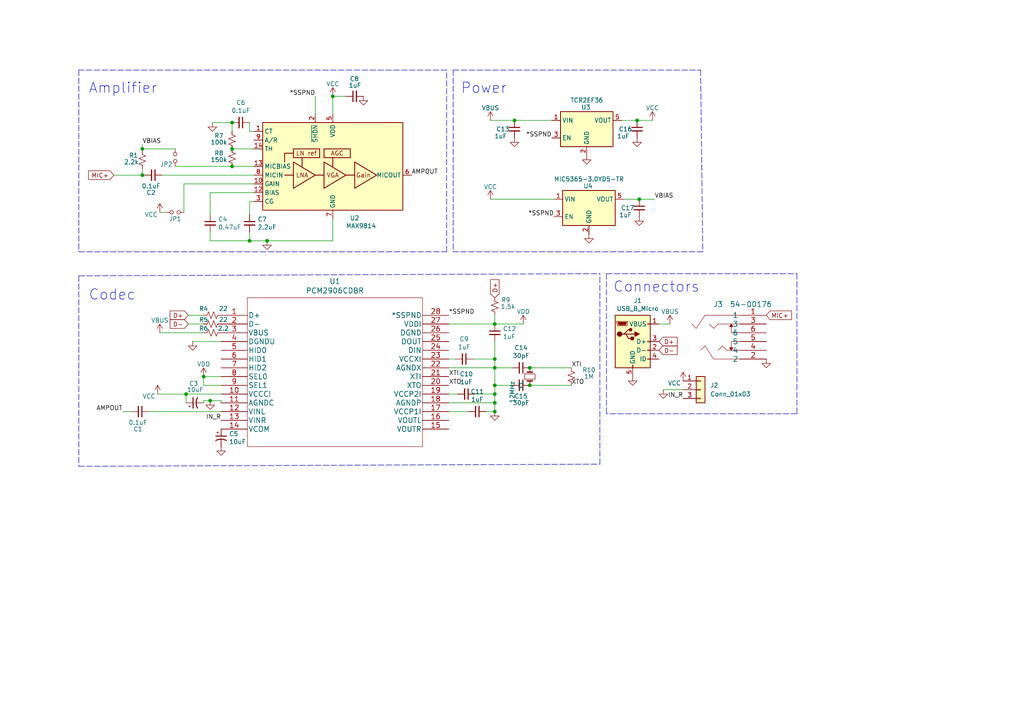
<source format=kicad_sch>
(kicad_sch (version 20211123) (generator eeschema)
  (paper "A4")
  (lib_symbols
    (symbol "Amplifier_Audio:MAX9814"
      (property "Reference" "U" (at -20.32 13.97 0))
      (property "Value" "MAX9814" (at 11.43 13.97 0))
      (symbol "MAX9814_0_0"
        (rectangle (start -11.43 5.08) (end -3.81 2.54) (stroke (width 0.254)))
        (rectangle (start -2.54 5.08) (end 5.08 2.54) (stroke (width 0.254)))
        (polyline (pts (xy -11.43 -2.54) (xy -13.97 -2.54)) (stroke (width 0.254)))
        (polyline (pts (xy -8.89 2.54) (xy -8.89 0)) (stroke (width 0.254)))
        (polyline (pts (xy -2.54 -2.54) (xy -5.08 -2.54)) (stroke (width 0.254)))
        (polyline (pts (xy 0 2.54) (xy 0 0)) (stroke (width 0.254)))
        (polyline (pts (xy 3.81 -2.54) (xy 6.35 -2.54)) (stroke (width 0.254)))
        (polyline (pts (xy -11.43 3.81) (xy -13.97 3.81) (xy -13.97 1.27)) (stroke (width 0.254)))
        (polyline (pts (xy -5.08 -2.54) (xy -11.43 1.27) (xy -11.43 -6.35) (xy -5.08 -2.54)) (stroke (width 0.254)))
        (polyline (pts (xy 3.81 -2.54) (xy -2.54 1.27) (xy -2.54 -6.35) (xy 3.81 -2.54)) (stroke (width 0.254)))
        (polyline (pts (xy 12.7 -2.54) (xy 6.35 1.27) (xy 6.35 -6.35) (xy 12.7 -2.54)) (stroke (width 0.254)))
        (text "AGC" (at 1.27 3.81 0) (effects (font (size 1.27 1.27))))
        (text "Gain" (at 8.89 -2.54 0) (effects (font (size 1.27 1.27))))
        (text "LN ref" (at -7.62 3.81 0) (effects (font (size 1.27 1.27))))
        (text "LNA" (at -8.89 -2.54 0) (effects (font (size 1.27 1.27))))
        (text "VGA" (at 0 -2.54 0) (effects (font (size 1.27 1.27))))
      )
      (symbol "MAX9814_0_1"
        (rectangle (start -20.32 12.7) (end 20.32 -12.7) (stroke (width 0.254)) (fill (type background)))
      )
      (symbol "MAX9814_1_1"
        (pin input line (at -22.86 10.16 0) (length 2.54) (name "CT") (number "1"))
        (pin input line (at -22.86 -5.08 0) (length 2.54) (name "GAIN") (number "10"))
        (pin passive line (at 0 -15.24 90) (length 2.54) hide (name "GND") (number "11"))
        (pin passive line (at -22.86 -7.62 0) (length 2.54) (name "BIAS") (number "12"))
        (pin output line (at -22.86 0 0) (length 2.54) (name "MICBIAS") (number "13"))
        (pin input line (at -22.86 5.08 0) (length 2.54) (name "TH") (number "14"))
        (pin passive line (at 0 -15.24 90) (length 2.54) hide (name "GND") (number "15"))
        (pin input line (at -5.08 15.24 270) (length 2.54) (name "~{SHDN}") (number "2"))
        (pin passive line (at -22.86 -10.16 0) (length 2.54) (name "CG") (number "3"))
        (pin passive line (at 0 -15.24 90) (length 2.54) hide (name "GND") (number "4"))
        (pin power_in line (at 0 15.24 270) (length 2.54) (name "VDD") (number "5"))
        (pin output line (at 22.86 -2.54 180) (length 2.54) (name "MICOUT") (number "6"))
        (pin power_in line (at 0 -15.24 90) (length 2.54) (name "GND") (number "7"))
        (pin input line (at -22.86 -2.54 0) (length 2.54) (name "MICIN") (number "8"))
        (pin input line (at -22.86 7.62 0) (length 2.54) (name "A/R") (number "9"))
      )
    )
    (symbol "Connector:54-00177"
      (property "Reference" "J" (at 0 0 0))
      (property "Value" "54-00177" (at 0 -2.54 0))
      (symbol "54-00177_1_1"
        (polyline (pts (xy -13.97 -10.16) (xy -15.24 -8.89)) (stroke (width 0.127)))
        (polyline (pts (xy -11.43 -15.24) (xy -12.7 -16.51)) (stroke (width 0.127)))
        (polyline (pts (xy -11.43 -6.35) (xy -13.97 -10.16)) (stroke (width 0.127)))
        (polyline (pts (xy -8.89 -19.05) (xy -11.43 -15.24)) (stroke (width 0.127)))
        (polyline (pts (xy -8.89 -10.16) (xy -10.16 -8.89)) (stroke (width 0.127)))
        (polyline (pts (xy -8.89 -10.16) (xy -7.62 -8.89)) (stroke (width 0.127)))
        (polyline (pts (xy -6.35 -15.24) (xy -7.62 -16.51)) (stroke (width 0.127)))
        (polyline (pts (xy -5.08 -16.51) (xy -6.35 -15.24)) (stroke (width 0.127)))
        (polyline (pts (xy -3.81 -13.97) (xy -3.81 -16.002)) (stroke (width 0.127)))
        (polyline (pts (xy -3.81 -11.43) (xy -3.81 -9.398)) (stroke (width 0.127)))
        (polyline (pts (xy -1.27 -19.05) (xy -8.89 -19.05)) (stroke (width 0.127)))
        (polyline (pts (xy -1.27 -16.51) (xy -5.08 -16.51)) (stroke (width 0.127)))
        (polyline (pts (xy -1.27 -13.97) (xy -3.81 -13.97)) (stroke (width 0.127)))
        (polyline (pts (xy -1.27 -11.43) (xy -3.81 -11.43)) (stroke (width 0.127)))
        (polyline (pts (xy -1.27 -8.89) (xy -7.62 -8.89)) (stroke (width 0.127)))
        (polyline (pts (xy -1.27 -6.35) (xy -11.43 -6.35)) (stroke (width 0.127)))
        (polyline (pts (xy -3.81 -16.51) (xy -4.318 -15.748) (xy -3.302 -15.748) (xy -3.81 -16.51)) (fill (type outline)))
        (polyline (pts (xy -3.81 -8.89) (xy -4.318 -9.652) (xy -3.302 -9.652) (xy -3.81 -8.89)) (fill (type outline)))
        (pin unspecified line (at 6.35 -6.35 180) (length 7.62) (name "1") (number "1"))
        (pin unspecified line (at 6.35 -19.05 180) (length 7.62) (name "2") (number "2"))
        (pin unspecified line (at 6.35 -8.89 180) (length 7.62) (name "3") (number "3"))
        (pin unspecified line (at 6.35 -16.51 180) (length 7.62) (name "4") (number "4"))
        (pin unspecified line (at 6.35 -13.97 180) (length 7.62) (name "5") (number "5"))
        (pin unspecified line (at 6.35 -11.43 180) (length 7.62) (name "6") (number "6"))
      )
    )
    (symbol "Connector:USB_B_Micro" (pin_names (offset 1.016))
      (property "Reference" "J1" (at 1.4478 11.8618 0))
      (property "Value" "USB_B_Micro" (at 1.4478 9.5504 0))
      (symbol "USB_B_Micro_0_1"
        (rectangle (start -5.08 -7.62) (end 5.08 7.62) (stroke (width 0.254)) (fill (type background)))
        (circle (center -3.81 2.159) (radius 0.635) (stroke (width 0.254)) (fill (type outline)))
        (circle (center -0.635 3.429) (radius 0.381) (stroke (width 0.254)) (fill (type outline)))
        (rectangle (start -0.127 -7.62) (end 0.127 -6.858))
        (polyline (pts (xy -1.905 2.159) (xy 0.635 2.159)) (stroke (width 0.254)))
        (polyline (pts (xy -3.175 2.159) (xy -2.54 2.159) (xy -1.27 3.429) (xy -0.635 3.429)) (stroke (width 0.254)))
        (polyline (pts (xy -2.54 2.159) (xy -1.905 2.159) (xy -1.27 0.889) (xy 0 0.889)) (stroke (width 0.254)))
        (polyline (pts (xy 0.635 2.794) (xy 0.635 1.524) (xy 1.905 2.159) (xy 0.635 2.794)) (stroke (width 0.254)) (fill (type outline)))
        (polyline (pts (xy -4.318 5.588) (xy -1.778 5.588) (xy -2.032 4.826) (xy -4.064 4.826) (xy -4.318 5.588)) (fill (type outline)))
        (polyline (pts (xy -4.699 5.842) (xy -4.699 5.588) (xy -4.445 4.826) (xy -4.445 4.572) (xy -1.651 4.572) (xy -1.651 4.826) (xy -1.397 5.588) (xy -1.397 5.842) (xy -4.699 5.842)))
        (rectangle (start 0.254 1.27) (end -0.508 0.508) (stroke (width 0.254)) (fill (type outline)))
        (rectangle (start 5.08 -5.207) (end 4.318 -4.953))
        (rectangle (start 5.08 -2.667) (end 4.318 -2.413))
        (rectangle (start 5.08 -0.127) (end 4.318 0.127))
        (rectangle (start 5.08 4.953) (end 4.318 5.207))
      )
      (symbol "USB_B_Micro_1_1"
        (pin power_out line (at 7.62 5.08 180) (length 2.54) (name "VBUS") (number "1"))
        (pin bidirectional line (at 7.62 -2.54 180) (length 2.54) (name "D-") (number "2"))
        (pin bidirectional line (at 7.62 0 180) (length 2.54) (name "D+") (number "3"))
        (pin passive line (at 7.62 -5.08 180) (length 2.54) (name "ID") (number "4"))
        (pin power_out line (at 0 -10.16 90) (length 2.54) (name "GND") (number "5"))
      )
    )
    (symbol "Connector_Generic:Conn_01x03" (pin_names (offset 1.016) hide)
      (property "Reference" "J" (at 0 5.08 0))
      (property "Value" "Conn_01x03" (at 0 -5.08 0))
      (symbol "Conn_01x03_1_1"
        (rectangle (start -1.27 -2.413) (end 0 -2.667) (stroke (width 0.1524)))
        (rectangle (start -1.27 0.127) (end 0 -0.127) (stroke (width 0.1524)))
        (rectangle (start -1.27 2.667) (end 0 2.413) (stroke (width 0.1524)))
        (rectangle (start -1.27 3.81) (end 1.27 -3.81) (stroke (width 0.254)) (fill (type background)))
        (pin passive line (at -5.08 2.54 0) (length 3.81) (name "Pin_1") (number "1"))
        (pin passive line (at -5.08 0 0) (length 3.81) (name "Pin_2") (number "2"))
        (pin passive line (at -5.08 -2.54 0) (length 3.81) (name "Pin_3") (number "3"))
      )
    )
    (symbol "Device:CP1_Small" (pin_numbers hide) (pin_names (offset 0.254) hide)
      (property "Reference" "C" (at 0.254 1.778 0))
      (property "Value" "Device_CP1_Small" (at 0.254 -2.032 0))
      (symbol "CP1_Small_0_1"
        (polyline (pts (xy -1.524 0.508) (xy 1.524 0.508)) (stroke (width 0.3048)))
        (polyline (pts (xy -1.27 1.524) (xy -0.762 1.524)))
        (polyline (pts (xy -1.016 1.27) (xy -1.016 1.778)))
        (arc (start 1.524 -0.762) (mid 0 -0.3734) (end -1.524 -0.762) (stroke (width 0.3048)))
      )
      (symbol "CP1_Small_1_1"
        (pin passive line (at 0 2.54 270) (length 2.032) (name "~") (number "1"))
        (pin passive line (at 0 -2.54 90) (length 2.032) (name "~") (number "2"))
      )
    )
    (symbol "Device:C_Small" (pin_numbers hide) (pin_names (offset 0.254) hide)
      (property "Reference" "C" (at 0.254 1.778 0))
      (property "Value" "C_Small" (at 0.254 -2.032 0))
      (symbol "C_Small_0_1"
        (polyline (pts (xy -1.524 -0.508) (xy 1.524 -0.508)) (stroke (width 0.3302)))
        (polyline (pts (xy -1.524 0.508) (xy 1.524 0.508)) (stroke (width 0.3048)))
      )
      (symbol "C_Small_1_1"
        (pin passive line (at 0 2.54 270) (length 2.032) (name "~") (number "1"))
        (pin passive line (at 0 -2.54 90) (length 2.032) (name "~") (number "2"))
      )
    )
    (symbol "Device:Crystal_Small" (pin_numbers hide) (pin_names (offset 1.016) hide)
      (property "Reference" "Y1" (at 1.27 -2.54 0))
      (property "Value" "12MHz" (at 1.27 -5.08 0))
      (symbol "Crystal_Small_0_1"
        (rectangle (start -0.762 -1.524) (end 0.762 1.524))
        (polyline (pts (xy -1.27 -0.762) (xy -1.27 0.762)) (stroke (width 0.381)))
        (polyline (pts (xy 1.27 -0.762) (xy 1.27 0.762)) (stroke (width 0.381)))
      )
      (symbol "Crystal_Small_1_1"
        (pin passive line (at -2.54 0 0) (length 1.27) (name "1") (number "1"))
        (pin passive line (at 2.54 0 180) (length 1.27) (name "3") (number "3"))
      )
    )
    (symbol "Device:Jumper_NO_Small" (pin_numbers hide) (pin_names (offset 0.762) hide)
      (property "Reference" "JP" (at 0 2.032 0))
      (property "Value" "Device_Jumper_NO_Small" (at 0.254 -1.524 0))
      (symbol "Jumper_NO_Small_0_1"
        (circle (center -1.016 0) (radius 0.508))
        (circle (center 1.016 0) (radius 0.508))
        (pin passive line (at -2.54 0 0) (length 1.016) (name "1") (number "1"))
        (pin passive line (at 2.54 0 180) (length 1.016) (name "2") (number "2"))
      )
    )
    (symbol "Device:R_Small_US" (pin_numbers hide) (pin_names (offset 0.254) hide)
      (property "Reference" "R" (at 0.762 0.508 0))
      (property "Value" "R_Small_US" (at 0.762 -1.016 0))
      (symbol "R_Small_US_1_1"
        (polyline (pts (xy 0 0) (xy 1.016 -0.381) (xy 0 -0.762) (xy -1.016 -1.143) (xy 0 -1.524)))
        (polyline (pts (xy 0 1.524) (xy 1.016 1.143) (xy 0 0.762) (xy -1.016 0.381) (xy 0 0)))
        (pin passive line (at 0 2.54 270) (length 1.016) (name "~") (number "1"))
        (pin passive line (at 0 -2.54 90) (length 1.016) (name "~") (number "2"))
      )
    )
    (symbol "Regulator_Linear:MIC5365-3.3YD5"
      (property "Reference" "U" (at -7.62 6.35 0))
      (property "Value" "MIC5365-3.3YD5" (at 0 6.35 0))
      (symbol "MIC5365-3.3YD5_0_1"
        (rectangle (start -7.62 -5.08) (end 7.62 5.08) (stroke (width 0.254)) (fill (type background)))
      )
      (symbol "MIC5365-3.3YD5_1_1"
        (pin power_in line (at -10.16 2.54 0) (length 2.54) (name "VIN") (number "1"))
        (pin power_in line (at 0 -7.62 90) (length 2.54) (name "GND") (number "2"))
        (pin input line (at -10.16 -2.54 0) (length 2.54) (name "EN") (number "3"))
        (pin no_connect line (at 7.62 -2.54 180) (length 2.54) hide (name "NC") (number "4"))
        (pin power_out line (at 10.16 2.54 180) (length 2.54) (name "VOUT") (number "5"))
      )
    )
    (symbol "pcm2906:PCM2906CDBR" (pin_names (offset 0.254))
      (property "Reference" "U" (at 33.02 10.16 0))
      (property "Value" "PCM2906CDBR" (at 33.02 7.62 0))
      (symbol "PCM2906CDBR_1_1"
        (polyline (pts (xy 7.62 -38.1) (xy 58.42 -38.1)) (stroke (width 0.127)))
        (polyline (pts (xy 7.62 5.08) (xy 7.62 -38.1)) (stroke (width 0.127)))
        (polyline (pts (xy 58.42 -38.1) (xy 58.42 5.08)) (stroke (width 0.127)))
        (polyline (pts (xy 58.42 5.08) (xy 7.62 5.08)) (stroke (width 0.127)))
        (pin bidirectional line (at 0 0 0) (length 7.62) (name "D+") (number "1"))
        (pin power_in line (at 0 -22.86 0) (length 7.62) (name "VCCCI") (number "10"))
        (pin power_in line (at 0 -25.4 0) (length 7.62) (name "AGNDC") (number "11"))
        (pin input line (at 0 -27.94 0) (length 7.62) (name "VINL") (number "12"))
        (pin input line (at 0 -30.48 0) (length 7.62) (name "VINR") (number "13"))
        (pin power_in line (at 0 -33.02 0) (length 7.62) (name "VCOM") (number "14"))
        (pin output line (at 66.04 -33.02 180) (length 7.62) (name "VOUTR") (number "15"))
        (pin output line (at 66.04 -30.48 180) (length 7.62) (name "VOUTL") (number "16"))
        (pin power_in line (at 66.04 -27.94 180) (length 7.62) (name "VCCP1I") (number "17"))
        (pin power_in line (at 66.04 -25.4 180) (length 7.62) (name "AGNDP") (number "18"))
        (pin power_in line (at 66.04 -22.86 180) (length 7.62) (name "VCCP2I") (number "19"))
        (pin bidirectional line (at 0 -2.54 0) (length 7.62) (name "D-") (number "2"))
        (pin output line (at 66.04 -20.32 180) (length 7.62) (name "XTO") (number "20"))
        (pin input line (at 66.04 -17.78 180) (length 7.62) (name "XTI") (number "21"))
        (pin power_in line (at 66.04 -15.24 180) (length 7.62) (name "AGNDX") (number "22"))
        (pin power_in line (at 66.04 -12.7 180) (length 7.62) (name "VCCXI") (number "23"))
        (pin input line (at 66.04 -10.16 180) (length 7.62) (name "DIN") (number "24"))
        (pin output line (at 66.04 -7.62 180) (length 7.62) (name "DOUT") (number "25"))
        (pin power_in line (at 66.04 -5.08 180) (length 7.62) (name "DGND") (number "26"))
        (pin power_in line (at 66.04 -2.54 180) (length 7.62) (name "VDDI") (number "27"))
        (pin output line (at 66.04 0 180) (length 7.62) (name "*SSPND") (number "28"))
        (pin power_in line (at 0 -5.08 0) (length 7.62) (name "VBUS") (number "3"))
        (pin power_in line (at 0 -7.62 0) (length 7.62) (name "DGNDU") (number "4"))
        (pin input line (at 0 -10.16 0) (length 7.62) (name "HID0") (number "5"))
        (pin input line (at 0 -12.7 0) (length 7.62) (name "HID1") (number "6"))
        (pin input line (at 0 -15.24 0) (length 7.62) (name "HID2") (number "7"))
        (pin input line (at 0 -17.78 0) (length 7.62) (name "SEL0") (number "8"))
        (pin input line (at 0 -20.32 0) (length 7.62) (name "SEL1") (number "9"))
      )
    )
    (symbol "power:GND" (power) (pin_names (offset 0))
      (property "Value" "GND" (at 0 -3.81 0))
      (symbol "GND_0_1"
        (polyline (pts (xy 0 0) (xy 0 -1.27) (xy 1.27 -1.27) (xy 0 -2.54) (xy -1.27 -1.27) (xy 0 -1.27)))
      )
      (symbol "GND_1_1"
        (pin power_in line (at 0 0 270) (length 0) hide (name "GND") (number "1"))
      )
    )
    (symbol "power:VBUS" (power) (pin_names (offset 0))
      (property "Value" "VBUS" (at 0 3.81 0))
      (symbol "VBUS_0_1"
        (polyline (pts (xy -0.762 1.27) (xy 0 2.54)))
        (polyline (pts (xy 0 0) (xy 0 2.54)))
        (polyline (pts (xy 0 2.54) (xy 0.762 1.27)))
      )
      (symbol "VBUS_1_1"
        (pin power_in line (at 0 0 90) (length 0) hide (name "VBUS") (number "1"))
      )
    )
    (symbol "power:VCC" (power) (pin_names (offset 0))
      (property "Value" "VCC" (at 0 3.81 0))
      (symbol "VCC_0_1"
        (polyline (pts (xy -0.762 1.27) (xy 0 2.54)))
        (polyline (pts (xy 0 0) (xy 0 2.54)))
        (polyline (pts (xy 0 2.54) (xy 0.762 1.27)))
      )
      (symbol "VCC_1_1"
        (pin power_in line (at 0 0 90) (length 0) hide (name "VCC") (number "1"))
      )
    )
    (symbol "power:VDD" (power) (pin_names (offset 0))
      (property "Value" "VDD" (at 0 3.81 0))
      (symbol "VDD_0_1"
        (polyline (pts (xy -0.762 1.27) (xy 0 2.54)))
        (polyline (pts (xy 0 0) (xy 0 2.54)))
        (polyline (pts (xy 0 2.54) (xy 0.762 1.27)))
      )
      (symbol "VDD_1_1"
        (pin power_in line (at 0 0 90) (length 0) hide (name "VDD") (number "1"))
      )
    )
  )
  (junction (at 143.51 116.84))
  (junction (at 53.975 114.3))
  (junction (at 96.52 27.94))
  (junction (at 143.51 106.68))
  (junction (at 153.67 111.76))
  (junction (at 153.67 106.68))
  (junction (at 143.51 104.14))
  (junction (at 60.96 116.205))
  (junction (at 184.785 34.925))
  (junction (at 41.275 43.18))
  (junction (at 143.51 93.98))
  (junction (at 67.31 35.56))
  (junction (at 67.31 48.26))
  (junction (at 149.225 34.925))
  (junction (at 185.42 57.785))
  (junction (at 143.51 114.3))
  (junction (at 77.47 69.85))
  (junction (at 59.055 109.22))
  (junction (at 41.275 50.8))
  (junction (at 143.51 111.76))
  (junction (at 67.31 43.18))
  (junction (at 143.51 119.38))
  (junction (at 72.39 69.85))
  (polyline (pts (xy 129.54 73.025) (xy 129.54 20.32)))
  (wire (pts (xy 143.51 114.3) (xy 143.51 111.76)))
  (wire (pts (xy 59.055 109.22) (xy 64.135 109.22)))
  (wire (pts (xy 64.135 111.76) (xy 59.055 111.76)))
  (wire (pts (xy 41.275 41.91) (xy 41.275 43.18)))
  (polyline (pts (xy 22.86 80.01) (xy 22.86 135.255)))
  (wire (pts (xy 53.975 114.3) (xy 64.135 114.3)))
  (wire (pts (xy 191.135 93.98) (xy 194.31 93.98)))
  (wire (pts (xy 184.785 34.925) (xy 189.23 34.925)))
  (wire (pts (xy 130.175 106.68) (xy 143.51 106.68)))
  (wire (pts (xy 41.275 50.8) (xy 41.91 50.8)))
  (wire (pts (xy 54.61 93.98) (xy 59.055 93.98)))
  (wire (pts (xy 46.355 96.52) (xy 59.055 96.52)))
  (wire (pts (xy 143.51 116.84) (xy 143.51 114.3)))
  (wire (pts (xy 149.225 34.925) (xy 160.02 34.925)))
  (wire (pts (xy 100.33 27.94) (xy 96.52 27.94)))
  (wire (pts (xy 55.88 99.06) (xy 64.135 99.06)))
  (wire (pts (xy 53.975 114.3) (xy 53.975 116.84)))
  (polyline (pts (xy 203.835 73.025) (xy 131.445 73.025)))
  (wire (pts (xy 41.275 48.895) (xy 41.275 50.8)))
  (wire (pts (xy 35.56 119.38) (xy 38.1 119.38)))
  (polyline (pts (xy 131.445 20.32) (xy 203.2 20.32)))
  (wire (pts (xy 59.055 111.76) (xy 59.055 109.22)))
  (wire (pts (xy 43.18 119.38) (xy 64.135 119.38)))
  (wire (pts (xy 60.96 67.31) (xy 60.96 69.85)))
  (wire (pts (xy 64.135 116.205) (xy 64.135 116.84)))
  (polyline (pts (xy 175.895 79.375) (xy 231.14 79.375)))
  (polyline (pts (xy 22.86 135.255) (xy 173.99 134.62)))
  (polyline (pts (xy 203.2 20.32) (xy 203.835 73.025)))
  (wire (pts (xy 142.24 57.785) (xy 160.655 57.785)))
  (wire (pts (xy 67.31 38.1) (xy 67.31 35.56)))
  (wire (pts (xy 153.67 106.68) (xy 165.735 106.68)))
  (polyline (pts (xy 173.99 134.62) (xy 173.99 79.375)))
  (polyline (pts (xy 231.14 120.015) (xy 175.895 120.015)))
  (wire (pts (xy 53.34 53.34) (xy 73.66 53.34)))
  (wire (pts (xy 46.99 50.8) (xy 73.66 50.8)))
  (wire (pts (xy 67.31 48.26) (xy 73.66 48.26)))
  (wire (pts (xy 33.02 50.8) (xy 41.275 50.8)))
  (polyline (pts (xy 175.895 79.375) (xy 175.895 120.015)))
  (wire (pts (xy 61.595 35.56) (xy 67.31 35.56)))
  (wire (pts (xy 60.96 69.85) (xy 72.39 69.85)))
  (wire (pts (xy 53.34 53.34) (xy 53.34 61.595)))
  (wire (pts (xy 180.975 57.785) (xy 185.42 57.785)))
  (wire (pts (xy 72.39 35.56) (xy 72.39 38.1)))
  (wire (pts (xy 143.51 106.68) (xy 143.51 104.14)))
  (wire (pts (xy 143.51 93.98) (xy 151.765 93.98)))
  (wire (pts (xy 148.59 106.68) (xy 143.51 106.68)))
  (wire (pts (xy 142.24 34.925) (xy 149.225 34.925)))
  (wire (pts (xy 72.39 69.85) (xy 77.47 69.85)))
  (wire (pts (xy 143.51 93.98) (xy 143.51 91.44)))
  (polyline (pts (xy 22.86 20.32) (xy 22.86 73.025)))
  (polyline (pts (xy 22.86 80.01) (xy 173.99 79.375)))
  (polyline (pts (xy 22.86 73.025) (xy 129.54 73.025)))
  (wire (pts (xy 72.39 38.1) (xy 73.66 38.1)))
  (wire (pts (xy 60.96 62.23) (xy 60.96 55.88)))
  (wire (pts (xy 41.275 43.18) (xy 41.275 43.815)))
  (wire (pts (xy 45.72 114.3) (xy 53.975 114.3)))
  (wire (pts (xy 50.8 43.18) (xy 41.275 43.18)))
  (wire (pts (xy 60.96 55.88) (xy 73.66 55.88)))
  (wire (pts (xy 77.47 69.85) (xy 96.52 69.85)))
  (wire (pts (xy 192.405 113.03) (xy 198.12 113.03)))
  (wire (pts (xy 137.795 114.3) (xy 143.51 114.3)))
  (wire (pts (xy 153.67 111.76) (xy 165.735 111.76)))
  (wire (pts (xy 132.715 114.3) (xy 130.175 114.3)))
  (wire (pts (xy 60.96 116.205) (xy 64.135 116.205)))
  (wire (pts (xy 72.39 62.23) (xy 72.39 58.42)))
  (wire (pts (xy 59.055 116.205) (xy 60.96 116.205)))
  (wire (pts (xy 180.34 34.925) (xy 184.785 34.925)))
  (wire (pts (xy 46.355 61.595) (xy 48.26 61.595)))
  (wire (pts (xy 140.97 119.38) (xy 143.51 119.38)))
  (wire (pts (xy 72.39 58.42) (xy 73.66 58.42)))
  (wire (pts (xy 185.42 57.785) (xy 189.865 57.785)))
  (wire (pts (xy 59.055 116.84) (xy 59.055 116.205)))
  (wire (pts (xy 135.89 119.38) (xy 130.175 119.38)))
  (wire (pts (xy 143.51 111.76) (xy 143.51 106.68)))
  (polyline (pts (xy 231.14 79.375) (xy 231.14 120.015)))
  (wire (pts (xy 50.8 48.26) (xy 67.31 48.26)))
  (wire (pts (xy 67.31 43.18) (xy 73.66 43.18)))
  (wire (pts (xy 130.175 116.84) (xy 143.51 116.84)))
  (wire (pts (xy 148.59 111.76) (xy 143.51 111.76)))
  (wire (pts (xy 91.44 27.94) (xy 91.44 33.02)))
  (wire (pts (xy 96.52 63.5) (xy 96.52 69.85)))
  (wire (pts (xy 96.52 27.94) (xy 96.52 33.02)))
  (polyline (pts (xy 129.54 20.32) (xy 22.86 20.32)))
  (polyline (pts (xy 131.445 20.32) (xy 131.445 73.025)))
  (wire (pts (xy 143.51 119.38) (xy 143.51 116.84)))
  (wire (pts (xy 137.16 104.14) (xy 143.51 104.14)))
  (wire (pts (xy 130.175 93.98) (xy 143.51 93.98)))
  (wire (pts (xy 143.51 104.14) (xy 143.51 99.06)))
  (wire (pts (xy 72.39 67.31) (xy 72.39 69.85)))
  (wire (pts (xy 54.61 91.44) (xy 59.055 91.44)))
  (wire (pts (xy 130.175 104.14) (xy 132.08 104.14)))
  (text "Connectors" (at 177.8 85.09 0) (effects (font (size 3 3)) (justify left bottom)))
  (text "Power" (at 133.604 27.432 0) (effects (font (size 3 3)) (justify left bottom)))
  (text "Codec" (at 25.654 87.376 0) (effects (font (size 3 3)) (justify left bottom)))
  (text "Amplifier" (at 25.654 27.432 0) (effects (font (size 3 3)) (justify left bottom)))
  (label "XTO" (at 165.735 111.76 0))
  (label "*SSPND" (at 160.02 40.005 180))
  (label "VBIAS" (at 189.865 57.785 0))
  (label "AMPOUT" (at 35.56 119.38 180))
  (label "VBIAS" (at 41.275 41.91 0))
  (label "*SSPND" (at 160.655 62.865 180))
  (label "*SSPND" (at 91.44 27.94 180))
  (label "*SSPND" (at 130.175 91.44 0))
  (label "XTO" (at 130.175 111.76 0))
  (label "XTI" (at 130.175 109.22 0))
  (label "IN_R" (at 198.12 115.57 180))
  (label "IN_R" (at 64.135 121.92 180))
  (label "AMPOUT" (at 119.38 50.8 0))
  (label "XTI" (at 165.735 106.68 0))
  (global_label "D+" (shape input) (at 143.51 86.36 90) (property "Intersheet References" "${INTERSHEET_REFS}" (effects hide)))
  (global_label "D+" (shape input) (at 54.61 91.44 180) (property "Intersheet References" "${INTERSHEET_REFS}" (effects hide)))
  (global_label "D-" (shape input) (at 54.61 93.98 180) (property "Intersheet References" "${INTERSHEET_REFS}" (effects hide)))
  (global_label "MIC+" (shape input) (at 33.02 50.8 180) (property "Intersheet References" "${INTERSHEET_REFS}" (effects hide)))
  (global_label "D+" (shape input) (at 191.135 99.06 0) (property "Intersheet References" "${INTERSHEET_REFS}" (effects hide)))
  (global_label "MIC+" (shape input) (at 222.25 91.44 0) (property "Intersheet References" "${INTERSHEET_REFS}" (effects hide)))
  (global_label "D-" (shape input) (at 191.135 101.6 0) (property "Intersheet References" "${INTERSHEET_REFS}" (effects hide)))
  (symbol (lib_id "Amplifier_Audio:MAX9814") (at 96.52 48.26 0) (unit 1)
    (property "Reference" "U2" (at 101.473 63.246 0) (effects (justify left)))
    (property "Value" "MAX9814" (at 100.33 65.532 0) (effects (justify left)))
    (property "Footprint" "max9814:max9814etd&plus_t" (effects hide))
    (property "Datasheet" "https://datasheets.maximintegrated.com/en/ds/MAX9814.pdf" (effects hide))
  )
  (symbol (lib_id "pcm2906:PCM2906CDBR") (at 64.135 91.44 0) (unit 1)
    (property "Reference" "U1" (at 97.155 81.6102 0) (effects (font (size 1.524 1.524))))
    (property "Value" "PCM2906CDBR" (at 97.155 84.3026 0) (effects (font (size 1.524 1.524))))
    (property "Footprint" "pcm2906:PCM2906CDBR" (effects hide))
  )
  (symbol (lib_id "Device:C_Small") (at 44.45 50.8 270) (unit 1)
    (property "Reference" "C2" (at 43.815 55.88 90))
    (property "Value" "0.1uF" (at 43.815 53.975 90))
    (property "Footprint" "Capacitor_SMD:C_0603_1608Metric_Pad1.08x0.95mm_HandSolder" (effects hide))
  )
  (symbol (lib_id "Device:R_Small_US") (at 41.275 46.355 0) (unit 1)
    (property "Reference" "R1" (at 38.735 45.085 0))
    (property "Value" "2.2k" (at 38.1 46.99 0))
    (property "Footprint" "Resistor_SMD:R_0603_1608Metric_Pad0.98x0.95mm_HandSolder" (effects hide))
  )
  (symbol (lib_id "Device:R_Small_US") (at 67.31 45.72 180) (unit 1)
    (property "Reference" "R8" (at 63.5 44.45 0))
    (property "Value" "150k" (at 63.5 46.355 0))
    (property "Footprint" "Resistor_SMD:R_0603_1608Metric_Pad0.98x0.95mm_HandSolder" (effects hide))
  )
  (symbol (lib_id "Device:C_Small") (at 69.85 35.56 270) (unit 1)
    (property "Reference" "C6" (at 69.85 29.7688 90))
    (property "Value" "0.1uF" (at 69.85 32.0802 90))
    (property "Footprint" "Capacitor_SMD:C_0603_1608Metric_Pad1.08x0.95mm_HandSolder" (effects hide))
  )
  (symbol (lib_id "Device:R_Small_US") (at 67.31 40.64 180) (unit 1)
    (property "Reference" "R7" (at 63.5 39.37 0))
    (property "Value" "100k" (at 63.5 41.275 0))
    (property "Footprint" "Resistor_SMD:R_0603_1608Metric_Pad0.98x0.95mm_HandSolder" (effects hide))
  )
  (symbol (lib_id "Device:C_Small") (at 72.39 64.77 0) (unit 1)
    (property "Reference" "C7" (at 74.7014 63.6016 0) (effects (justify left)))
    (property "Value" "2.2uF" (at 74.7014 65.913 0) (effects (justify left)))
    (property "Footprint" "Capacitor_SMD:C_0603_1608Metric_Pad1.08x0.95mm_HandSolder" (effects hide))
  )
  (symbol (lib_id "Device:C_Small") (at 60.96 64.77 0) (unit 1)
    (property "Reference" "C4" (at 63.2714 63.6016 0) (effects (justify left)))
    (property "Value" "0.47uF" (at 63.2714 65.913 0) (effects (justify left)))
    (property "Footprint" "Capacitor_SMD:C_0603_1608Metric_Pad1.08x0.95mm_HandSolder" (effects hide))
  )
  (symbol (lib_id "Device:R_Small_US") (at 61.595 91.44 270) (unit 1)
    (property "Reference" "R4" (at 59.055 89.535 90))
    (property "Value" "22" (at 64.77 89.535 90))
    (property "Footprint" "Resistor_SMD:R_0603_1608Metric_Pad0.98x0.95mm_HandSolder" (effects hide))
  )
  (symbol (lib_id "Device:R_Small_US") (at 61.595 93.98 270) (unit 1)
    (property "Reference" "R5" (at 59.055 92.71 90))
    (property "Value" "22" (at 64.77 92.71 90))
    (property "Footprint" "Resistor_SMD:R_0603_1608Metric_Pad0.98x0.95mm_HandSolder" (effects hide))
  )
  (symbol (lib_id "Device:R_Small_US") (at 61.595 96.52 270) (unit 1)
    (property "Reference" "R6" (at 59.055 95.25 90))
    (property "Value" "2.2" (at 64.77 95.25 90))
    (property "Footprint" "Resistor_SMD:R_0603_1608Metric_Pad0.98x0.95mm_HandSolder" (effects hide))
  )
  (symbol (lib_id "power:GND") (at 55.88 99.06 0) (unit 1)
    (property "Reference" "#PWR02" (effects hide))
    (property "Value" "GND" (effects hide))
  )
  (symbol (lib_id "Device:CP1_Small") (at 64.135 127 0) (unit 1)
    (property "Reference" "C5" (at 66.4464 125.8316 0) (effects (justify left)))
    (property "Value" "10uF" (at 66.4464 128.143 0) (effects (justify left)))
    (property "Footprint" "Capacitor_SMD:C_1206_3216Metric_Pad1.33x1.80mm_HandSolder" (effects hide))
  )
  (symbol (lib_id "power:GND") (at 64.135 129.54 0) (unit 1)
    (property "Reference" "#PWR05" (effects hide))
    (property "Value" "GND" (effects hide))
  )
  (symbol (lib_id "Device:R_Small_US") (at 143.51 88.9 180) (unit 1)
    (property "Reference" "R9" (at 146.685 86.995 0))
    (property "Value" "1.5k" (at 147.32 88.9 0))
    (property "Footprint" "Resistor_SMD:R_0603_1608Metric_Pad0.98x0.95mm_HandSolder" (effects hide))
  )
  (symbol (lib_id "Device:C_Small") (at 143.51 96.52 0) (unit 1)
    (property "Reference" "C12" (at 145.8468 95.3516 0) (effects (justify left)))
    (property "Value" "1uF" (at 145.8468 97.663 0) (effects (justify left)))
    (property "Footprint" "Capacitor_SMD:C_0603_1608Metric_Pad1.08x0.95mm_HandSolder" (effects hide))
  )
  (symbol (lib_id "Device:C_Small") (at 134.62 104.14 270) (unit 1)
    (property "Reference" "C9" (at 134.62 98.3234 90))
    (property "Value" "1uF" (at 134.62 100.6348 90))
    (property "Footprint" "Capacitor_SMD:C_0603_1608Metric_Pad1.08x0.95mm_HandSolder" (effects hide))
  )
  (symbol (lib_id "Device:Crystal_Small") (at 153.67 109.22 270) (unit 1)
    (property "Reference" "Y1" (at 151.13 110.49 0) (effects (justify left)))
    (property "Value" "12MHz" (at 148.59 110.49 0) (effects (justify left)))
    (property "Footprint" "Crystal:Crystal_SMD_5032-4Pin_5.0x3.2mm" (effects hide))
  )
  (symbol (lib_id "Device:R_Small_US") (at 165.735 109.22 180) (unit 1)
    (property "Reference" "R10" (at 170.815 107.315 0))
    (property "Value" "1M" (at 170.815 109.22 0))
    (property "Footprint" "Resistor_SMD:R_0603_1608Metric_Pad0.98x0.95mm_HandSolder" (effects hide))
  )
  (symbol (lib_id "Device:C_Small") (at 151.13 106.68 270) (unit 1)
    (property "Reference" "C14" (at 151.13 100.8634 90))
    (property "Value" "30pF" (at 151.13 103.1748 90))
    (property "Footprint" "Capacitor_SMD:C_0603_1608Metric_Pad1.08x0.95mm_HandSolder" (effects hide))
  )
  (symbol (lib_id "Device:C_Small") (at 151.13 111.76 270) (unit 1)
    (property "Reference" "C15" (at 151.13 114.935 90))
    (property "Value" "30pF" (at 151.13 116.84 90))
    (property "Footprint" "Capacitor_SMD:C_0603_1608Metric_Pad1.08x0.95mm_HandSolder" (effects hide))
  )
  (symbol (lib_id "Device:C_Small") (at 135.255 114.3 270) (unit 1)
    (property "Reference" "C10" (at 135.255 108.4834 90))
    (property "Value" "1uF" (at 135.255 110.7948 90))
    (property "Footprint" "Capacitor_SMD:C_0603_1608Metric_Pad1.08x0.95mm_HandSolder" (effects hide))
  )
  (symbol (lib_id "Device:C_Small") (at 138.43 119.38 270) (unit 1)
    (property "Reference" "C11" (at 138.43 113.5634 90))
    (property "Value" "1uF" (at 138.43 115.8748 90))
    (property "Footprint" "Capacitor_SMD:C_0603_1608Metric_Pad1.08x0.95mm_HandSolder" (effects hide))
  )
  (symbol (lib_id "power:GND") (at 143.51 119.38 0) (unit 1)
    (property "Reference" "#PWR08" (effects hide))
    (property "Value" "GND" (effects hide))
  )
  (symbol (lib_id "Device:CP1_Small") (at 56.515 116.84 90) (unit 1)
    (property "Reference" "C3" (at 57.531 111.252 90) (effects (justify left)))
    (property "Value" "10uF" (at 59.055 113.03 90) (effects (justify left)))
    (property "Footprint" "Capacitor_SMD:C_1206_3216Metric_Pad1.33x1.80mm_HandSolder" (effects hide))
  )
  (symbol (lib_id "Connector:USB_B_Micro") (at 183.515 99.06 0) (unit 1)
    (property "Reference" "J1" (at 184.9628 87.1982 0))
    (property "Value" "USB_B_Micro" (at 184.9628 89.5096 0))
    (property "Footprint" "usb:10118194-0001LF" (effects hide))
  )
  (symbol (lib_id "Connector:54-00177") (at 215.9 85.09 0) (unit 1)
    (property "Reference" "J3" (at 208.28 88.265 0) (effects (font (size 1.524 1.524))))
    (property "Value" "54-00176" (at 217.805 88.265 0) (effects (font (size 1.524 1.524))))
    (property "Footprint" "Connector:54-00177" (effects hide))
  )
  (symbol (lib_id "Device:C_Small") (at 102.87 27.94 90) (unit 1)
    (property "Reference" "C8" (at 104.14 22.86 90) (effects (justify left)))
    (property "Value" "1uF" (at 104.775 24.765 90) (effects (justify left)))
    (property "Footprint" "Capacitor_SMD:C_0603_1608Metric_Pad1.08x0.95mm_HandSolder" (effects hide))
  )
  (symbol (lib_id "power:GND") (at 222.25 104.14 0) (unit 1)
    (property "Reference" "#PWR016" (effects hide))
    (property "Value" "GND" (effects hide))
  )
  (symbol (lib_id "power:GND") (at 105.41 27.94 0) (unit 1)
    (property "Reference" "#PWR07" (effects hide))
    (property "Value" "GND" (effects hide))
  )
  (symbol (lib_id "power:GND") (at 77.47 69.85 0) (unit 1)
    (property "Reference" "#PWR06" (effects hide))
    (property "Value" "GND" (effects hide))
  )
  (symbol (lib_id "power:GND") (at 61.595 35.56 0) (unit 1)
    (property "Reference" "#PWR04" (effects hide))
    (property "Value" "GND" (effects hide))
  )
  (symbol (lib_id "Device:Jumper_NO_Small") (at 50.8 61.595 0) (unit 1)
    (property "Reference" "JP1" (at 50.8 63.5 0))
    (property "Value" "Jumper_NO_Small" (effects hide))
    (property "Footprint" "Jumper:SolderJumper-2_P1.3mm_Open_RoundedPad1.0x1.5mm" (effects hide))
  )
  (symbol (lib_id "Connector_Generic:Conn_01x03") (at 203.2 113.03 0) (unit 1)
    (property "Reference" "J2" (at 205.9686 111.7599 0) (effects (justify left)))
    (property "Value" "Conn_01x03" (at 205.9686 114.2999 0) (effects (justify left)))
    (property "Footprint" "Package_TO_SOT_THT:TO-92Flat" (effects hide))
  )
  (symbol (lib_id "power:GND") (at 149.225 40.005 0) (unit 1)
    (property "Reference" "#PWR09" (effects hide))
    (property "Value" "GND" (effects hide))
  )
  (symbol (lib_id "power:VCC") (at 96.52 27.94 0) (unit 1)
    (property "Reference" "#PWR0104" (effects hide))
    (property "Value" "VCC" (at 96.52 24.3355 0))
  )
  (symbol (lib_id "power:VDD") (at 59.055 109.22 0) (unit 1)
    (property "Reference" "#PWR0108" (effects hide))
    (property "Value" "VDD" (at 59.055 105.6155 0))
  )
  (symbol (lib_id "power:GND") (at 185.42 62.865 0) (unit 1)
    (property "Reference" "#PWR014" (effects hide))
    (property "Value" "GND" (effects hide))
  )
  (symbol (lib_id "power:GND") (at 183.515 109.22 0) (unit 1)
    (property "Reference" "#PWR012" (effects hide))
    (property "Value" "GND" (effects hide))
  )
  (symbol (lib_id "power:VBUS") (at 46.355 96.52 0) (unit 1)
    (property "Reference" "#PWR0106" (effects hide))
    (property "Value" "VBUS" (at 46.355 92.9155 0))
  )
  (symbol (lib_id "power:VBUS") (at 194.31 93.98 0) (unit 1)
    (property "Reference" "#PWR0109" (effects hide))
    (property "Value" "VBUS" (at 194.31 90.3755 0))
  )
  (symbol (lib_id "power:VCC") (at 45.72 114.3 0) (unit 1)
    (property "Reference" "#PWR0107" (effects hide))
    (property "Value" "VCC" (at 41.275 114.935 0) (effects (justify left)))
  )
  (symbol (lib_id "power:VCC") (at 198.12 110.49 0) (unit 1)
    (property "Reference" "#PWR0110" (effects hide))
    (property "Value" "VCC" (at 193.675 111.125 0) (effects (justify left)))
  )
  (symbol (lib_id "Device:C_Small") (at 149.225 37.465 0) (unit 1)
    (property "Reference" "C13" (at 143.891 37.465 0) (effects (justify left)))
    (property "Value" "1uF" (at 143.383 39.497 0) (effects (justify left)))
    (property "Footprint" "Capacitor_SMD:C_0603_1608Metric_Pad1.08x0.95mm_HandSolder" (effects hide))
  )
  (symbol (lib_id "Regulator_Linear:MIC5365-3.3YD5") (at 170.18 37.465 0) (unit 1)
    (property "Reference" "U3" (at 169.926 31.115 0))
    (property "Value" "TCR2EF36" (at 170.18 29.083 0))
    (property "Footprint" "Package_TO_SOT_SMD:SOT-23-5" (effects hide))
    (property "Datasheet" "http://ww1.microchip.com/downloads/en/DeviceDoc/mic5365.pdf" (effects hide))
  )
  (symbol (lib_id "power:GND") (at 184.785 40.005 0) (unit 1)
    (property "Reference" "#PWR013" (effects hide))
    (property "Value" "GND" (effects hide))
  )
  (symbol (lib_id "Device:C_Small") (at 40.64 119.38 270) (unit 1)
    (property "Reference" "C1" (at 40.005 124.46 90))
    (property "Value" "0.1uF" (at 40.005 122.555 90))
    (property "Footprint" "Capacitor_SMD:C_0603_1608Metric_Pad1.08x0.95mm_HandSolder" (effects hide))
  )
  (symbol (lib_id "power:GND") (at 170.18 45.085 0) (unit 1)
    (property "Reference" "#PWR010" (effects hide))
    (property "Value" "GND" (effects hide))
  )
  (symbol (lib_id "power:VCC") (at 142.24 57.785 0) (unit 1)
    (property "Reference" "#PWR0102" (effects hide))
    (property "Value" "VCC" (at 142.24 54.1805 0))
  )
  (symbol (lib_id "power:VCC") (at 46.355 61.595 0) (unit 1)
    (property "Reference" "#PWR0105" (effects hide))
    (property "Value" "VCC" (at 41.91 62.23 0) (effects (justify left)))
  )
  (symbol (lib_id "power:VDD") (at 151.765 93.98 0) (unit 1)
    (property "Reference" "#PWR0111" (effects hide))
    (property "Value" "VDD" (at 151.765 90.3755 0))
  )
  (symbol (lib_id "power:VCC") (at 189.23 34.925 0) (unit 1)
    (property "Reference" "#PWR0101" (effects hide))
    (property "Value" "VCC" (at 189.23 31.3205 0))
  )
  (symbol (lib_id "power:GND") (at 192.405 113.03 0) (unit 1)
    (property "Reference" "#PWR015" (effects hide))
    (property "Value" "GND" (effects hide))
  )
  (symbol (lib_id "Device:Jumper_NO_Small") (at 50.8 45.72 90) (unit 1)
    (property "Reference" "JP2" (at 48.26 47.625 90))
    (property "Value" "Jumper_NO_Small" (effects hide))
    (property "Footprint" "Jumper:SolderJumper-2_P1.3mm_Open_RoundedPad1.0x1.5mm" (effects hide))
  )
  (symbol (lib_id "power:VBUS") (at 142.24 34.925 0) (unit 1)
    (property "Reference" "#PWR0103" (effects hide))
    (property "Value" "VBUS" (at 142.24 31.3205 0))
  )
  (symbol (lib_id "power:GND") (at 170.815 67.945 0) (unit 1)
    (property "Reference" "#PWR011" (effects hide))
    (property "Value" "GND" (effects hide))
  )
  (symbol (lib_id "Device:C_Small") (at 185.42 60.325 0) (unit 1)
    (property "Reference" "C17" (at 180.086 60.325 0) (effects (justify left)))
    (property "Value" "1uF" (at 179.578 62.357 0) (effects (justify left)))
    (property "Footprint" "Capacitor_SMD:C_0603_1608Metric_Pad1.08x0.95mm_HandSolder" (effects hide))
  )
  (symbol (lib_id "Regulator_Linear:MIC5365-3.3YD5") (at 170.815 60.325 0) (unit 1)
    (property "Reference" "U4" (at 170.561 53.975 0))
    (property "Value" "MIC5365-3.0YD5-TR" (at 170.815 51.943 0))
    (property "Footprint" "Package_TO_SOT_SMD:SOT-23-5" (effects hide))
    (property "Datasheet" "http://ww1.microchip.com/downloads/en/DeviceDoc/mic5365.pdf" (effects hide))
  )
  (symbol (lib_id "power:GND") (at 60.96 116.205 0) (unit 1)
    (property "Reference" "#PWR03" (effects hide))
    (property "Value" "GND" (effects hide))
  )
  (symbol (lib_id "Device:C_Small") (at 184.785 37.465 0) (unit 1)
    (property "Reference" "C16" (at 179.451 37.465 0) (effects (justify left)))
    (property "Value" "1uF" (at 178.943 39.497 0) (effects (justify left)))
    (property "Footprint" "Capacitor_SMD:C_0603_1608Metric_Pad1.08x0.95mm_HandSolder" (effects hide))
  )
)
</source>
